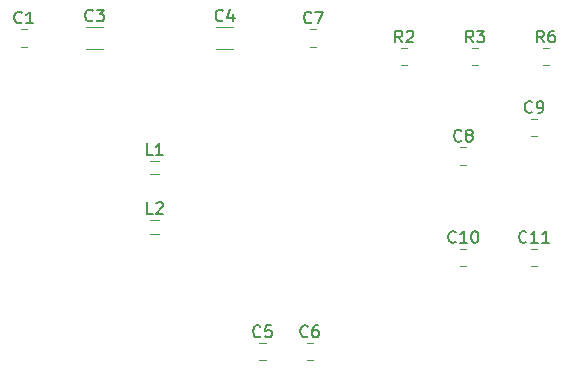
<source format=gbo>
%TF.GenerationSoftware,KiCad,Pcbnew,9.0.7*%
%TF.CreationDate,2026-02-04T14:07:26-06:00*%
%TF.ProjectId,can-hat,63616e2d-6861-4742-9e6b-696361645f70,rev?*%
%TF.SameCoordinates,Original*%
%TF.FileFunction,Legend,Bot*%
%TF.FilePolarity,Positive*%
%FSLAX46Y46*%
G04 Gerber Fmt 4.6, Leading zero omitted, Abs format (unit mm)*
G04 Created by KiCad (PCBNEW 9.0.7) date 2026-02-04 14:07:26*
%MOMM*%
%LPD*%
G01*
G04 APERTURE LIST*
%ADD10C,0.150000*%
%ADD11C,0.120000*%
G04 APERTURE END LIST*
D10*
X148518333Y-74249580D02*
X148470714Y-74297200D01*
X148470714Y-74297200D02*
X148327857Y-74344819D01*
X148327857Y-74344819D02*
X148232619Y-74344819D01*
X148232619Y-74344819D02*
X148089762Y-74297200D01*
X148089762Y-74297200D02*
X147994524Y-74201961D01*
X147994524Y-74201961D02*
X147946905Y-74106723D01*
X147946905Y-74106723D02*
X147899286Y-73916247D01*
X147899286Y-73916247D02*
X147899286Y-73773390D01*
X147899286Y-73773390D02*
X147946905Y-73582914D01*
X147946905Y-73582914D02*
X147994524Y-73487676D01*
X147994524Y-73487676D02*
X148089762Y-73392438D01*
X148089762Y-73392438D02*
X148232619Y-73344819D01*
X148232619Y-73344819D02*
X148327857Y-73344819D01*
X148327857Y-73344819D02*
X148470714Y-73392438D01*
X148470714Y-73392438D02*
X148518333Y-73440057D01*
X149375476Y-73344819D02*
X149185000Y-73344819D01*
X149185000Y-73344819D02*
X149089762Y-73392438D01*
X149089762Y-73392438D02*
X149042143Y-73440057D01*
X149042143Y-73440057D02*
X148946905Y-73582914D01*
X148946905Y-73582914D02*
X148899286Y-73773390D01*
X148899286Y-73773390D02*
X148899286Y-74154342D01*
X148899286Y-74154342D02*
X148946905Y-74249580D01*
X148946905Y-74249580D02*
X148994524Y-74297200D01*
X148994524Y-74297200D02*
X149089762Y-74344819D01*
X149089762Y-74344819D02*
X149280238Y-74344819D01*
X149280238Y-74344819D02*
X149375476Y-74297200D01*
X149375476Y-74297200D02*
X149423095Y-74249580D01*
X149423095Y-74249580D02*
X149470714Y-74154342D01*
X149470714Y-74154342D02*
X149470714Y-73916247D01*
X149470714Y-73916247D02*
X149423095Y-73821009D01*
X149423095Y-73821009D02*
X149375476Y-73773390D01*
X149375476Y-73773390D02*
X149280238Y-73725771D01*
X149280238Y-73725771D02*
X149089762Y-73725771D01*
X149089762Y-73725771D02*
X148994524Y-73773390D01*
X148994524Y-73773390D02*
X148946905Y-73821009D01*
X148946905Y-73821009D02*
X148899286Y-73916247D01*
X144518333Y-74249580D02*
X144470714Y-74297200D01*
X144470714Y-74297200D02*
X144327857Y-74344819D01*
X144327857Y-74344819D02*
X144232619Y-74344819D01*
X144232619Y-74344819D02*
X144089762Y-74297200D01*
X144089762Y-74297200D02*
X143994524Y-74201961D01*
X143994524Y-74201961D02*
X143946905Y-74106723D01*
X143946905Y-74106723D02*
X143899286Y-73916247D01*
X143899286Y-73916247D02*
X143899286Y-73773390D01*
X143899286Y-73773390D02*
X143946905Y-73582914D01*
X143946905Y-73582914D02*
X143994524Y-73487676D01*
X143994524Y-73487676D02*
X144089762Y-73392438D01*
X144089762Y-73392438D02*
X144232619Y-73344819D01*
X144232619Y-73344819D02*
X144327857Y-73344819D01*
X144327857Y-73344819D02*
X144470714Y-73392438D01*
X144470714Y-73392438D02*
X144518333Y-73440057D01*
X145423095Y-73344819D02*
X144946905Y-73344819D01*
X144946905Y-73344819D02*
X144899286Y-73821009D01*
X144899286Y-73821009D02*
X144946905Y-73773390D01*
X144946905Y-73773390D02*
X145042143Y-73725771D01*
X145042143Y-73725771D02*
X145280238Y-73725771D01*
X145280238Y-73725771D02*
X145375476Y-73773390D01*
X145375476Y-73773390D02*
X145423095Y-73821009D01*
X145423095Y-73821009D02*
X145470714Y-73916247D01*
X145470714Y-73916247D02*
X145470714Y-74154342D01*
X145470714Y-74154342D02*
X145423095Y-74249580D01*
X145423095Y-74249580D02*
X145375476Y-74297200D01*
X145375476Y-74297200D02*
X145280238Y-74344819D01*
X145280238Y-74344819D02*
X145042143Y-74344819D01*
X145042143Y-74344819D02*
X144946905Y-74297200D01*
X144946905Y-74297200D02*
X144899286Y-74249580D01*
X156518333Y-49374819D02*
X156185000Y-48898628D01*
X155946905Y-49374819D02*
X155946905Y-48374819D01*
X155946905Y-48374819D02*
X156327857Y-48374819D01*
X156327857Y-48374819D02*
X156423095Y-48422438D01*
X156423095Y-48422438D02*
X156470714Y-48470057D01*
X156470714Y-48470057D02*
X156518333Y-48565295D01*
X156518333Y-48565295D02*
X156518333Y-48708152D01*
X156518333Y-48708152D02*
X156470714Y-48803390D01*
X156470714Y-48803390D02*
X156423095Y-48851009D01*
X156423095Y-48851009D02*
X156327857Y-48898628D01*
X156327857Y-48898628D02*
X155946905Y-48898628D01*
X156899286Y-48470057D02*
X156946905Y-48422438D01*
X156946905Y-48422438D02*
X157042143Y-48374819D01*
X157042143Y-48374819D02*
X157280238Y-48374819D01*
X157280238Y-48374819D02*
X157375476Y-48422438D01*
X157375476Y-48422438D02*
X157423095Y-48470057D01*
X157423095Y-48470057D02*
X157470714Y-48565295D01*
X157470714Y-48565295D02*
X157470714Y-48660533D01*
X157470714Y-48660533D02*
X157423095Y-48803390D01*
X157423095Y-48803390D02*
X156851667Y-49374819D01*
X156851667Y-49374819D02*
X157470714Y-49374819D01*
X141333333Y-47509580D02*
X141285714Y-47557200D01*
X141285714Y-47557200D02*
X141142857Y-47604819D01*
X141142857Y-47604819D02*
X141047619Y-47604819D01*
X141047619Y-47604819D02*
X140904762Y-47557200D01*
X140904762Y-47557200D02*
X140809524Y-47461961D01*
X140809524Y-47461961D02*
X140761905Y-47366723D01*
X140761905Y-47366723D02*
X140714286Y-47176247D01*
X140714286Y-47176247D02*
X140714286Y-47033390D01*
X140714286Y-47033390D02*
X140761905Y-46842914D01*
X140761905Y-46842914D02*
X140809524Y-46747676D01*
X140809524Y-46747676D02*
X140904762Y-46652438D01*
X140904762Y-46652438D02*
X141047619Y-46604819D01*
X141047619Y-46604819D02*
X141142857Y-46604819D01*
X141142857Y-46604819D02*
X141285714Y-46652438D01*
X141285714Y-46652438D02*
X141333333Y-46700057D01*
X142190476Y-46938152D02*
X142190476Y-47604819D01*
X141952381Y-46557200D02*
X141714286Y-47271485D01*
X141714286Y-47271485D02*
X142333333Y-47271485D01*
X161518333Y-57679580D02*
X161470714Y-57727200D01*
X161470714Y-57727200D02*
X161327857Y-57774819D01*
X161327857Y-57774819D02*
X161232619Y-57774819D01*
X161232619Y-57774819D02*
X161089762Y-57727200D01*
X161089762Y-57727200D02*
X160994524Y-57631961D01*
X160994524Y-57631961D02*
X160946905Y-57536723D01*
X160946905Y-57536723D02*
X160899286Y-57346247D01*
X160899286Y-57346247D02*
X160899286Y-57203390D01*
X160899286Y-57203390D02*
X160946905Y-57012914D01*
X160946905Y-57012914D02*
X160994524Y-56917676D01*
X160994524Y-56917676D02*
X161089762Y-56822438D01*
X161089762Y-56822438D02*
X161232619Y-56774819D01*
X161232619Y-56774819D02*
X161327857Y-56774819D01*
X161327857Y-56774819D02*
X161470714Y-56822438D01*
X161470714Y-56822438D02*
X161518333Y-56870057D01*
X162089762Y-57203390D02*
X161994524Y-57155771D01*
X161994524Y-57155771D02*
X161946905Y-57108152D01*
X161946905Y-57108152D02*
X161899286Y-57012914D01*
X161899286Y-57012914D02*
X161899286Y-56965295D01*
X161899286Y-56965295D02*
X161946905Y-56870057D01*
X161946905Y-56870057D02*
X161994524Y-56822438D01*
X161994524Y-56822438D02*
X162089762Y-56774819D01*
X162089762Y-56774819D02*
X162280238Y-56774819D01*
X162280238Y-56774819D02*
X162375476Y-56822438D01*
X162375476Y-56822438D02*
X162423095Y-56870057D01*
X162423095Y-56870057D02*
X162470714Y-56965295D01*
X162470714Y-56965295D02*
X162470714Y-57012914D01*
X162470714Y-57012914D02*
X162423095Y-57108152D01*
X162423095Y-57108152D02*
X162375476Y-57155771D01*
X162375476Y-57155771D02*
X162280238Y-57203390D01*
X162280238Y-57203390D02*
X162089762Y-57203390D01*
X162089762Y-57203390D02*
X161994524Y-57251009D01*
X161994524Y-57251009D02*
X161946905Y-57298628D01*
X161946905Y-57298628D02*
X161899286Y-57393866D01*
X161899286Y-57393866D02*
X161899286Y-57584342D01*
X161899286Y-57584342D02*
X161946905Y-57679580D01*
X161946905Y-57679580D02*
X161994524Y-57727200D01*
X161994524Y-57727200D02*
X162089762Y-57774819D01*
X162089762Y-57774819D02*
X162280238Y-57774819D01*
X162280238Y-57774819D02*
X162375476Y-57727200D01*
X162375476Y-57727200D02*
X162423095Y-57679580D01*
X162423095Y-57679580D02*
X162470714Y-57584342D01*
X162470714Y-57584342D02*
X162470714Y-57393866D01*
X162470714Y-57393866D02*
X162423095Y-57298628D01*
X162423095Y-57298628D02*
X162375476Y-57251009D01*
X162375476Y-57251009D02*
X162280238Y-57203390D01*
X135395833Y-58904819D02*
X134919643Y-58904819D01*
X134919643Y-58904819D02*
X134919643Y-57904819D01*
X136252976Y-58904819D02*
X135681548Y-58904819D01*
X135967262Y-58904819D02*
X135967262Y-57904819D01*
X135967262Y-57904819D02*
X135872024Y-58047676D01*
X135872024Y-58047676D02*
X135776786Y-58142914D01*
X135776786Y-58142914D02*
X135681548Y-58190533D01*
X135395833Y-63904819D02*
X134919643Y-63904819D01*
X134919643Y-63904819D02*
X134919643Y-62904819D01*
X135681548Y-63000057D02*
X135729167Y-62952438D01*
X135729167Y-62952438D02*
X135824405Y-62904819D01*
X135824405Y-62904819D02*
X136062500Y-62904819D01*
X136062500Y-62904819D02*
X136157738Y-62952438D01*
X136157738Y-62952438D02*
X136205357Y-63000057D01*
X136205357Y-63000057D02*
X136252976Y-63095295D01*
X136252976Y-63095295D02*
X136252976Y-63190533D01*
X136252976Y-63190533D02*
X136205357Y-63333390D01*
X136205357Y-63333390D02*
X135633929Y-63904819D01*
X135633929Y-63904819D02*
X136252976Y-63904819D01*
X167518333Y-55249580D02*
X167470714Y-55297200D01*
X167470714Y-55297200D02*
X167327857Y-55344819D01*
X167327857Y-55344819D02*
X167232619Y-55344819D01*
X167232619Y-55344819D02*
X167089762Y-55297200D01*
X167089762Y-55297200D02*
X166994524Y-55201961D01*
X166994524Y-55201961D02*
X166946905Y-55106723D01*
X166946905Y-55106723D02*
X166899286Y-54916247D01*
X166899286Y-54916247D02*
X166899286Y-54773390D01*
X166899286Y-54773390D02*
X166946905Y-54582914D01*
X166946905Y-54582914D02*
X166994524Y-54487676D01*
X166994524Y-54487676D02*
X167089762Y-54392438D01*
X167089762Y-54392438D02*
X167232619Y-54344819D01*
X167232619Y-54344819D02*
X167327857Y-54344819D01*
X167327857Y-54344819D02*
X167470714Y-54392438D01*
X167470714Y-54392438D02*
X167518333Y-54440057D01*
X167994524Y-55344819D02*
X168185000Y-55344819D01*
X168185000Y-55344819D02*
X168280238Y-55297200D01*
X168280238Y-55297200D02*
X168327857Y-55249580D01*
X168327857Y-55249580D02*
X168423095Y-55106723D01*
X168423095Y-55106723D02*
X168470714Y-54916247D01*
X168470714Y-54916247D02*
X168470714Y-54535295D01*
X168470714Y-54535295D02*
X168423095Y-54440057D01*
X168423095Y-54440057D02*
X168375476Y-54392438D01*
X168375476Y-54392438D02*
X168280238Y-54344819D01*
X168280238Y-54344819D02*
X168089762Y-54344819D01*
X168089762Y-54344819D02*
X167994524Y-54392438D01*
X167994524Y-54392438D02*
X167946905Y-54440057D01*
X167946905Y-54440057D02*
X167899286Y-54535295D01*
X167899286Y-54535295D02*
X167899286Y-54773390D01*
X167899286Y-54773390D02*
X167946905Y-54868628D01*
X167946905Y-54868628D02*
X167994524Y-54916247D01*
X167994524Y-54916247D02*
X168089762Y-54963866D01*
X168089762Y-54963866D02*
X168280238Y-54963866D01*
X168280238Y-54963866D02*
X168375476Y-54916247D01*
X168375476Y-54916247D02*
X168423095Y-54868628D01*
X168423095Y-54868628D02*
X168470714Y-54773390D01*
X162518333Y-49374819D02*
X162185000Y-48898628D01*
X161946905Y-49374819D02*
X161946905Y-48374819D01*
X161946905Y-48374819D02*
X162327857Y-48374819D01*
X162327857Y-48374819D02*
X162423095Y-48422438D01*
X162423095Y-48422438D02*
X162470714Y-48470057D01*
X162470714Y-48470057D02*
X162518333Y-48565295D01*
X162518333Y-48565295D02*
X162518333Y-48708152D01*
X162518333Y-48708152D02*
X162470714Y-48803390D01*
X162470714Y-48803390D02*
X162423095Y-48851009D01*
X162423095Y-48851009D02*
X162327857Y-48898628D01*
X162327857Y-48898628D02*
X161946905Y-48898628D01*
X162851667Y-48374819D02*
X163470714Y-48374819D01*
X163470714Y-48374819D02*
X163137381Y-48755771D01*
X163137381Y-48755771D02*
X163280238Y-48755771D01*
X163280238Y-48755771D02*
X163375476Y-48803390D01*
X163375476Y-48803390D02*
X163423095Y-48851009D01*
X163423095Y-48851009D02*
X163470714Y-48946247D01*
X163470714Y-48946247D02*
X163470714Y-49184342D01*
X163470714Y-49184342D02*
X163423095Y-49279580D01*
X163423095Y-49279580D02*
X163375476Y-49327200D01*
X163375476Y-49327200D02*
X163280238Y-49374819D01*
X163280238Y-49374819D02*
X162994524Y-49374819D01*
X162994524Y-49374819D02*
X162899286Y-49327200D01*
X162899286Y-49327200D02*
X162851667Y-49279580D01*
X124308333Y-47679580D02*
X124260714Y-47727200D01*
X124260714Y-47727200D02*
X124117857Y-47774819D01*
X124117857Y-47774819D02*
X124022619Y-47774819D01*
X124022619Y-47774819D02*
X123879762Y-47727200D01*
X123879762Y-47727200D02*
X123784524Y-47631961D01*
X123784524Y-47631961D02*
X123736905Y-47536723D01*
X123736905Y-47536723D02*
X123689286Y-47346247D01*
X123689286Y-47346247D02*
X123689286Y-47203390D01*
X123689286Y-47203390D02*
X123736905Y-47012914D01*
X123736905Y-47012914D02*
X123784524Y-46917676D01*
X123784524Y-46917676D02*
X123879762Y-46822438D01*
X123879762Y-46822438D02*
X124022619Y-46774819D01*
X124022619Y-46774819D02*
X124117857Y-46774819D01*
X124117857Y-46774819D02*
X124260714Y-46822438D01*
X124260714Y-46822438D02*
X124308333Y-46870057D01*
X125260714Y-47774819D02*
X124689286Y-47774819D01*
X124975000Y-47774819D02*
X124975000Y-46774819D01*
X124975000Y-46774819D02*
X124879762Y-46917676D01*
X124879762Y-46917676D02*
X124784524Y-47012914D01*
X124784524Y-47012914D02*
X124689286Y-47060533D01*
X167042142Y-66249580D02*
X166994523Y-66297200D01*
X166994523Y-66297200D02*
X166851666Y-66344819D01*
X166851666Y-66344819D02*
X166756428Y-66344819D01*
X166756428Y-66344819D02*
X166613571Y-66297200D01*
X166613571Y-66297200D02*
X166518333Y-66201961D01*
X166518333Y-66201961D02*
X166470714Y-66106723D01*
X166470714Y-66106723D02*
X166423095Y-65916247D01*
X166423095Y-65916247D02*
X166423095Y-65773390D01*
X166423095Y-65773390D02*
X166470714Y-65582914D01*
X166470714Y-65582914D02*
X166518333Y-65487676D01*
X166518333Y-65487676D02*
X166613571Y-65392438D01*
X166613571Y-65392438D02*
X166756428Y-65344819D01*
X166756428Y-65344819D02*
X166851666Y-65344819D01*
X166851666Y-65344819D02*
X166994523Y-65392438D01*
X166994523Y-65392438D02*
X167042142Y-65440057D01*
X167994523Y-66344819D02*
X167423095Y-66344819D01*
X167708809Y-66344819D02*
X167708809Y-65344819D01*
X167708809Y-65344819D02*
X167613571Y-65487676D01*
X167613571Y-65487676D02*
X167518333Y-65582914D01*
X167518333Y-65582914D02*
X167423095Y-65630533D01*
X168946904Y-66344819D02*
X168375476Y-66344819D01*
X168661190Y-66344819D02*
X168661190Y-65344819D01*
X168661190Y-65344819D02*
X168565952Y-65487676D01*
X168565952Y-65487676D02*
X168470714Y-65582914D01*
X168470714Y-65582914D02*
X168375476Y-65630533D01*
X161042142Y-66249580D02*
X160994523Y-66297200D01*
X160994523Y-66297200D02*
X160851666Y-66344819D01*
X160851666Y-66344819D02*
X160756428Y-66344819D01*
X160756428Y-66344819D02*
X160613571Y-66297200D01*
X160613571Y-66297200D02*
X160518333Y-66201961D01*
X160518333Y-66201961D02*
X160470714Y-66106723D01*
X160470714Y-66106723D02*
X160423095Y-65916247D01*
X160423095Y-65916247D02*
X160423095Y-65773390D01*
X160423095Y-65773390D02*
X160470714Y-65582914D01*
X160470714Y-65582914D02*
X160518333Y-65487676D01*
X160518333Y-65487676D02*
X160613571Y-65392438D01*
X160613571Y-65392438D02*
X160756428Y-65344819D01*
X160756428Y-65344819D02*
X160851666Y-65344819D01*
X160851666Y-65344819D02*
X160994523Y-65392438D01*
X160994523Y-65392438D02*
X161042142Y-65440057D01*
X161994523Y-66344819D02*
X161423095Y-66344819D01*
X161708809Y-66344819D02*
X161708809Y-65344819D01*
X161708809Y-65344819D02*
X161613571Y-65487676D01*
X161613571Y-65487676D02*
X161518333Y-65582914D01*
X161518333Y-65582914D02*
X161423095Y-65630533D01*
X162613571Y-65344819D02*
X162708809Y-65344819D01*
X162708809Y-65344819D02*
X162804047Y-65392438D01*
X162804047Y-65392438D02*
X162851666Y-65440057D01*
X162851666Y-65440057D02*
X162899285Y-65535295D01*
X162899285Y-65535295D02*
X162946904Y-65725771D01*
X162946904Y-65725771D02*
X162946904Y-65963866D01*
X162946904Y-65963866D02*
X162899285Y-66154342D01*
X162899285Y-66154342D02*
X162851666Y-66249580D01*
X162851666Y-66249580D02*
X162804047Y-66297200D01*
X162804047Y-66297200D02*
X162708809Y-66344819D01*
X162708809Y-66344819D02*
X162613571Y-66344819D01*
X162613571Y-66344819D02*
X162518333Y-66297200D01*
X162518333Y-66297200D02*
X162470714Y-66249580D01*
X162470714Y-66249580D02*
X162423095Y-66154342D01*
X162423095Y-66154342D02*
X162375476Y-65963866D01*
X162375476Y-65963866D02*
X162375476Y-65725771D01*
X162375476Y-65725771D02*
X162423095Y-65535295D01*
X162423095Y-65535295D02*
X162470714Y-65440057D01*
X162470714Y-65440057D02*
X162518333Y-65392438D01*
X162518333Y-65392438D02*
X162613571Y-65344819D01*
X130308333Y-47509580D02*
X130260714Y-47557200D01*
X130260714Y-47557200D02*
X130117857Y-47604819D01*
X130117857Y-47604819D02*
X130022619Y-47604819D01*
X130022619Y-47604819D02*
X129879762Y-47557200D01*
X129879762Y-47557200D02*
X129784524Y-47461961D01*
X129784524Y-47461961D02*
X129736905Y-47366723D01*
X129736905Y-47366723D02*
X129689286Y-47176247D01*
X129689286Y-47176247D02*
X129689286Y-47033390D01*
X129689286Y-47033390D02*
X129736905Y-46842914D01*
X129736905Y-46842914D02*
X129784524Y-46747676D01*
X129784524Y-46747676D02*
X129879762Y-46652438D01*
X129879762Y-46652438D02*
X130022619Y-46604819D01*
X130022619Y-46604819D02*
X130117857Y-46604819D01*
X130117857Y-46604819D02*
X130260714Y-46652438D01*
X130260714Y-46652438D02*
X130308333Y-46700057D01*
X130641667Y-46604819D02*
X131260714Y-46604819D01*
X131260714Y-46604819D02*
X130927381Y-46985771D01*
X130927381Y-46985771D02*
X131070238Y-46985771D01*
X131070238Y-46985771D02*
X131165476Y-47033390D01*
X131165476Y-47033390D02*
X131213095Y-47081009D01*
X131213095Y-47081009D02*
X131260714Y-47176247D01*
X131260714Y-47176247D02*
X131260714Y-47414342D01*
X131260714Y-47414342D02*
X131213095Y-47509580D01*
X131213095Y-47509580D02*
X131165476Y-47557200D01*
X131165476Y-47557200D02*
X131070238Y-47604819D01*
X131070238Y-47604819D02*
X130784524Y-47604819D01*
X130784524Y-47604819D02*
X130689286Y-47557200D01*
X130689286Y-47557200D02*
X130641667Y-47509580D01*
X168518333Y-49374819D02*
X168185000Y-48898628D01*
X167946905Y-49374819D02*
X167946905Y-48374819D01*
X167946905Y-48374819D02*
X168327857Y-48374819D01*
X168327857Y-48374819D02*
X168423095Y-48422438D01*
X168423095Y-48422438D02*
X168470714Y-48470057D01*
X168470714Y-48470057D02*
X168518333Y-48565295D01*
X168518333Y-48565295D02*
X168518333Y-48708152D01*
X168518333Y-48708152D02*
X168470714Y-48803390D01*
X168470714Y-48803390D02*
X168423095Y-48851009D01*
X168423095Y-48851009D02*
X168327857Y-48898628D01*
X168327857Y-48898628D02*
X167946905Y-48898628D01*
X169375476Y-48374819D02*
X169185000Y-48374819D01*
X169185000Y-48374819D02*
X169089762Y-48422438D01*
X169089762Y-48422438D02*
X169042143Y-48470057D01*
X169042143Y-48470057D02*
X168946905Y-48612914D01*
X168946905Y-48612914D02*
X168899286Y-48803390D01*
X168899286Y-48803390D02*
X168899286Y-49184342D01*
X168899286Y-49184342D02*
X168946905Y-49279580D01*
X168946905Y-49279580D02*
X168994524Y-49327200D01*
X168994524Y-49327200D02*
X169089762Y-49374819D01*
X169089762Y-49374819D02*
X169280238Y-49374819D01*
X169280238Y-49374819D02*
X169375476Y-49327200D01*
X169375476Y-49327200D02*
X169423095Y-49279580D01*
X169423095Y-49279580D02*
X169470714Y-49184342D01*
X169470714Y-49184342D02*
X169470714Y-48946247D01*
X169470714Y-48946247D02*
X169423095Y-48851009D01*
X169423095Y-48851009D02*
X169375476Y-48803390D01*
X169375476Y-48803390D02*
X169280238Y-48755771D01*
X169280238Y-48755771D02*
X169089762Y-48755771D01*
X169089762Y-48755771D02*
X168994524Y-48803390D01*
X168994524Y-48803390D02*
X168946905Y-48851009D01*
X168946905Y-48851009D02*
X168899286Y-48946247D01*
X148833333Y-47679580D02*
X148785714Y-47727200D01*
X148785714Y-47727200D02*
X148642857Y-47774819D01*
X148642857Y-47774819D02*
X148547619Y-47774819D01*
X148547619Y-47774819D02*
X148404762Y-47727200D01*
X148404762Y-47727200D02*
X148309524Y-47631961D01*
X148309524Y-47631961D02*
X148261905Y-47536723D01*
X148261905Y-47536723D02*
X148214286Y-47346247D01*
X148214286Y-47346247D02*
X148214286Y-47203390D01*
X148214286Y-47203390D02*
X148261905Y-47012914D01*
X148261905Y-47012914D02*
X148309524Y-46917676D01*
X148309524Y-46917676D02*
X148404762Y-46822438D01*
X148404762Y-46822438D02*
X148547619Y-46774819D01*
X148547619Y-46774819D02*
X148642857Y-46774819D01*
X148642857Y-46774819D02*
X148785714Y-46822438D01*
X148785714Y-46822438D02*
X148833333Y-46870057D01*
X149166667Y-46774819D02*
X149833333Y-46774819D01*
X149833333Y-46774819D02*
X149404762Y-47774819D01*
D11*
%TO.C,C6*%
X148423748Y-74835000D02*
X148946252Y-74835000D01*
X148423748Y-76305000D02*
X148946252Y-76305000D01*
%TO.C,C5*%
X144423748Y-74835000D02*
X144946252Y-74835000D01*
X144423748Y-76305000D02*
X144946252Y-76305000D01*
%TO.C,R2*%
X156457936Y-49835000D02*
X156912064Y-49835000D01*
X156457936Y-51305000D02*
X156912064Y-51305000D01*
%TO.C,C4*%
X140788748Y-48090000D02*
X142211252Y-48090000D01*
X140788748Y-49910000D02*
X142211252Y-49910000D01*
%TO.C,C8*%
X161423748Y-58265000D02*
X161946252Y-58265000D01*
X161423748Y-59735000D02*
X161946252Y-59735000D01*
%TO.C,L1*%
X135162878Y-59440000D02*
X135962122Y-59440000D01*
X135162878Y-60560000D02*
X135962122Y-60560000D01*
%TO.C,L2*%
X135162878Y-64440000D02*
X135962122Y-64440000D01*
X135162878Y-65560000D02*
X135962122Y-65560000D01*
%TO.C,C9*%
X167423748Y-55835000D02*
X167946252Y-55835000D01*
X167423748Y-57305000D02*
X167946252Y-57305000D01*
%TO.C,R3*%
X162457936Y-49835000D02*
X162912064Y-49835000D01*
X162457936Y-51305000D02*
X162912064Y-51305000D01*
%TO.C,C1*%
X124213748Y-48265000D02*
X124736252Y-48265000D01*
X124213748Y-49735000D02*
X124736252Y-49735000D01*
%TO.C,C11*%
X167423748Y-66835000D02*
X167946252Y-66835000D01*
X167423748Y-68305000D02*
X167946252Y-68305000D01*
%TO.C,C10*%
X161423748Y-66835000D02*
X161946252Y-66835000D01*
X161423748Y-68305000D02*
X161946252Y-68305000D01*
%TO.C,C3*%
X129763748Y-48090000D02*
X131186252Y-48090000D01*
X129763748Y-49910000D02*
X131186252Y-49910000D01*
%TO.C,R6*%
X168457936Y-49835000D02*
X168912064Y-49835000D01*
X168457936Y-51305000D02*
X168912064Y-51305000D01*
%TO.C,C7*%
X148738748Y-48265000D02*
X149261252Y-48265000D01*
X148738748Y-49735000D02*
X149261252Y-49735000D01*
%TD*%
M02*

</source>
